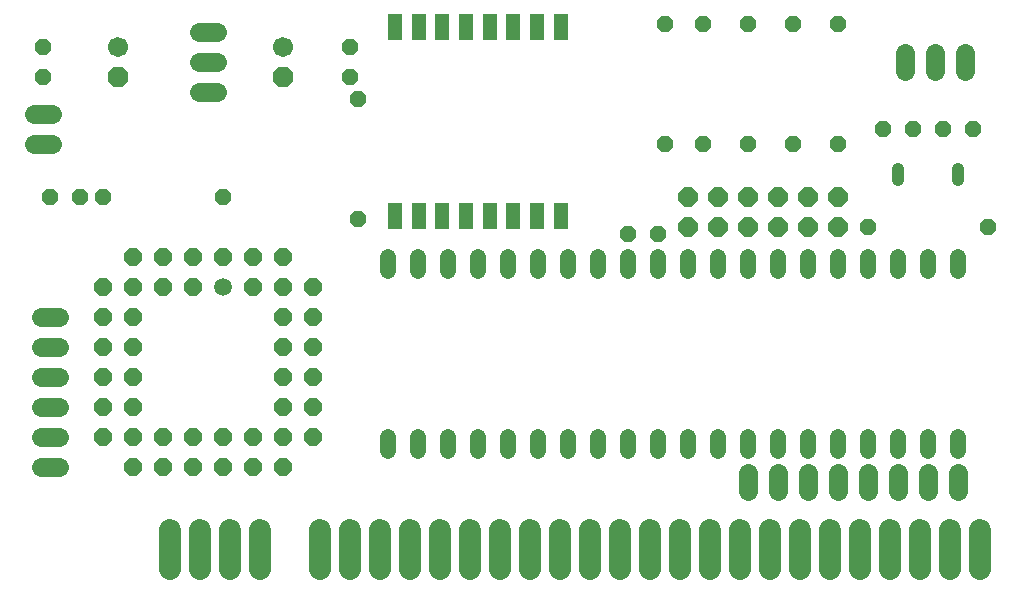
<source format=gts>
G75*
%MOIN*%
%OFA0B0*%
%FSLAX24Y24*%
%IPPOS*%
%LPD*%
%AMOC8*
5,1,8,0,0,1.08239X$1,22.5*
%
%ADD10C,0.0400*%
%ADD11OC8,0.0520*%
%ADD12C,0.0520*%
%ADD13C,0.0640*%
%ADD14C,0.0590*%
%ADD15OC8,0.0590*%
%ADD16OC8,0.0670*%
%ADD17C,0.0670*%
%ADD18C,0.0740*%
%ADD19R,0.0512X0.0906*%
%ADD20OC8,0.0640*%
D10*
X029600Y013745D02*
X029600Y014105D01*
X031600Y014105D02*
X031600Y013745D01*
D11*
X032600Y012175D03*
X028600Y012175D03*
X027600Y014925D03*
X029100Y015425D03*
X030100Y015425D03*
X031100Y015425D03*
X032100Y015425D03*
X027600Y018925D03*
X026100Y018925D03*
X024600Y018925D03*
X023100Y018925D03*
X021850Y018925D03*
X021850Y014925D03*
X023100Y014925D03*
X024600Y014925D03*
X026100Y014925D03*
X021600Y011925D03*
X020600Y011925D03*
X011600Y012425D03*
X007100Y013175D03*
X003100Y013175D03*
X002350Y013175D03*
X001350Y013175D03*
X001100Y017175D03*
X001100Y018175D03*
X011350Y018175D03*
X011350Y017175D03*
X011600Y016425D03*
D12*
X012600Y011165D02*
X012600Y010685D01*
X013600Y010685D02*
X013600Y011165D01*
X014600Y011165D02*
X014600Y010685D01*
X015600Y010685D02*
X015600Y011165D01*
X016600Y011165D02*
X016600Y010685D01*
X017600Y010685D02*
X017600Y011165D01*
X018600Y011165D02*
X018600Y010685D01*
X019600Y010685D02*
X019600Y011165D01*
X020600Y011165D02*
X020600Y010685D01*
X021600Y010685D02*
X021600Y011165D01*
X022600Y011165D02*
X022600Y010685D01*
X023600Y010685D02*
X023600Y011165D01*
X024600Y011165D02*
X024600Y010685D01*
X025600Y010685D02*
X025600Y011165D01*
X026600Y011165D02*
X026600Y010685D01*
X027600Y010685D02*
X027600Y011165D01*
X028600Y011165D02*
X028600Y010685D01*
X029600Y010685D02*
X029600Y011165D01*
X030600Y011165D02*
X030600Y010685D01*
X031600Y010685D02*
X031600Y011165D01*
X031600Y005165D02*
X031600Y004685D01*
X030600Y004685D02*
X030600Y005165D01*
X029600Y005165D02*
X029600Y004685D01*
X028600Y004685D02*
X028600Y005165D01*
X027600Y005165D02*
X027600Y004685D01*
X026600Y004685D02*
X026600Y005165D01*
X025600Y005165D02*
X025600Y004685D01*
X024600Y004685D02*
X024600Y005165D01*
X023600Y005165D02*
X023600Y004685D01*
X022600Y004685D02*
X022600Y005165D01*
X021600Y005165D02*
X021600Y004685D01*
X020600Y004685D02*
X020600Y005165D01*
X019600Y005165D02*
X019600Y004685D01*
X018600Y004685D02*
X018600Y005165D01*
X017600Y005165D02*
X017600Y004685D01*
X016600Y004685D02*
X016600Y005165D01*
X015600Y005165D02*
X015600Y004685D01*
X014600Y004685D02*
X014600Y005165D01*
X013600Y005165D02*
X013600Y004685D01*
X012600Y004685D02*
X012600Y005165D01*
D13*
X001650Y005175D02*
X001050Y005175D01*
X001050Y004175D02*
X001650Y004175D01*
X001650Y006175D02*
X001050Y006175D01*
X001050Y007175D02*
X001650Y007175D01*
X001650Y008175D02*
X001050Y008175D01*
X001050Y009175D02*
X001650Y009175D01*
X001400Y014925D02*
X000800Y014925D01*
X000800Y015925D02*
X001400Y015925D01*
X006300Y016675D02*
X006900Y016675D01*
X006900Y017675D02*
X006300Y017675D01*
X006300Y018675D02*
X006900Y018675D01*
X029850Y017975D02*
X029850Y017375D01*
X030850Y017375D02*
X030850Y017975D01*
X031850Y017975D02*
X031850Y017375D01*
X031600Y003975D02*
X031600Y003375D01*
X030600Y003375D02*
X030600Y003975D01*
X029600Y003975D02*
X029600Y003375D01*
X028600Y003375D02*
X028600Y003975D01*
X027600Y003975D02*
X027600Y003375D01*
X026600Y003375D02*
X026600Y003975D01*
X025600Y003975D02*
X025600Y003375D01*
X024600Y003375D02*
X024600Y003975D01*
D14*
X007100Y010175D03*
D15*
X006100Y010175D03*
X005100Y010175D03*
X004100Y010175D03*
X003100Y010175D03*
X003100Y009175D03*
X004100Y009175D03*
X004100Y008175D03*
X003100Y008175D03*
X003100Y007175D03*
X004100Y007175D03*
X004100Y006175D03*
X003100Y006175D03*
X003100Y005175D03*
X004100Y005175D03*
X005100Y005175D03*
X006100Y005175D03*
X007100Y005175D03*
X008100Y005175D03*
X009100Y005175D03*
X010100Y005175D03*
X010100Y006175D03*
X009100Y006175D03*
X009100Y007175D03*
X010100Y007175D03*
X010100Y008175D03*
X009100Y008175D03*
X009100Y009175D03*
X010100Y009175D03*
X010100Y010175D03*
X009100Y010175D03*
X008100Y010175D03*
X008100Y011175D03*
X007100Y011175D03*
X006100Y011175D03*
X005100Y011175D03*
X004100Y011175D03*
X009100Y011175D03*
X009100Y004175D03*
X008100Y004175D03*
X007100Y004175D03*
X006100Y004175D03*
X005100Y004175D03*
X004100Y004175D03*
D16*
X003600Y017175D03*
X009100Y017175D03*
D17*
X009100Y018175D03*
X003600Y018175D03*
D18*
X005350Y002075D02*
X005350Y000775D01*
X006350Y000775D02*
X006350Y002075D01*
X007350Y002075D02*
X007350Y000775D01*
X008350Y000775D02*
X008350Y002075D01*
X010350Y002075D02*
X010350Y000775D01*
X011350Y000775D02*
X011350Y002075D01*
X012350Y002075D02*
X012350Y000775D01*
X013350Y000775D02*
X013350Y002075D01*
X014350Y002075D02*
X014350Y000775D01*
X015350Y000775D02*
X015350Y002075D01*
X016350Y002075D02*
X016350Y000775D01*
X017350Y000775D02*
X017350Y002075D01*
X018350Y002075D02*
X018350Y000775D01*
X019350Y000775D02*
X019350Y002075D01*
X020350Y002075D02*
X020350Y000775D01*
X021350Y000775D02*
X021350Y002075D01*
X022350Y002075D02*
X022350Y000775D01*
X023350Y000775D02*
X023350Y002075D01*
X024350Y002075D02*
X024350Y000775D01*
X025350Y000775D02*
X025350Y002075D01*
X026350Y002075D02*
X026350Y000775D01*
X027350Y000775D02*
X027350Y002075D01*
X028350Y002075D02*
X028350Y000775D01*
X029350Y000775D02*
X029350Y002075D01*
X030350Y002075D02*
X030350Y000775D01*
X031350Y000775D02*
X031350Y002075D01*
X032350Y002075D02*
X032350Y000775D01*
D19*
X018356Y012526D03*
X017569Y012526D03*
X016781Y012526D03*
X015994Y012526D03*
X015206Y012526D03*
X014419Y012526D03*
X013631Y012526D03*
X012844Y012526D03*
X012844Y018825D03*
X013631Y018825D03*
X014419Y018825D03*
X015206Y018825D03*
X015994Y018825D03*
X016781Y018825D03*
X017569Y018825D03*
X018356Y018825D03*
D20*
X022600Y013175D03*
X023600Y013175D03*
X024600Y013175D03*
X025600Y013175D03*
X026600Y013175D03*
X027600Y013175D03*
X027600Y012175D03*
X026600Y012175D03*
X025600Y012175D03*
X024600Y012175D03*
X023600Y012175D03*
X022600Y012175D03*
M02*

</source>
